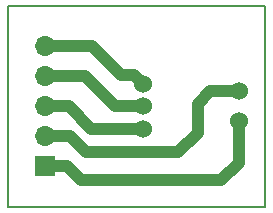
<source format=gbr>
G04 #@! TF.GenerationSoftware,KiCad,Pcbnew,(5.1.4)-1*
G04 #@! TF.CreationDate,2020-06-05T13:26:16+02:00*
G04 #@! TF.ProjectId,FeederCapt,46656564-6572-4436-9170-742e6b696361,rev?*
G04 #@! TF.SameCoordinates,Original*
G04 #@! TF.FileFunction,Copper,L1,Top*
G04 #@! TF.FilePolarity,Positive*
%FSLAX46Y46*%
G04 Gerber Fmt 4.6, Leading zero omitted, Abs format (unit mm)*
G04 Created by KiCad (PCBNEW (5.1.4)-1) date 2020-06-05 13:26:16*
%MOMM*%
%LPD*%
G04 APERTURE LIST*
%ADD10C,0.200000*%
%ADD11R,1.700000X1.700000*%
%ADD12O,1.700000X1.700000*%
%ADD13C,1.524000*%
%ADD14C,1.000000*%
G04 APERTURE END LIST*
D10*
X160758204Y-79702667D02*
X138958204Y-79702667D01*
X138958204Y-79702667D02*
X138958204Y-96702668D01*
X138958204Y-96702668D02*
X160758204Y-96702668D01*
X160758204Y-96702668D02*
X160758204Y-79702667D01*
X160758204Y-91377668D02*
X160758204Y-85027668D01*
D11*
X142158204Y-93282668D03*
D12*
X142158204Y-90742668D03*
X142158204Y-88202668D03*
X142158204Y-85662668D03*
X142158204Y-83122668D03*
D13*
X158558204Y-89472668D03*
X158558204Y-86920668D03*
X150428204Y-86292668D03*
X150428204Y-88206668D03*
X150428204Y-90112668D03*
D14*
X149666205Y-85530669D02*
X148520205Y-85530669D01*
X150428204Y-86292668D02*
X149666205Y-85530669D01*
X146112204Y-83122668D02*
X142158204Y-83122668D01*
X148520205Y-85530669D02*
X146112204Y-83122668D01*
X142158204Y-88202668D02*
X144143704Y-88202668D01*
X146053704Y-90112668D02*
X150428204Y-90112668D01*
X144143704Y-88202668D02*
X146053704Y-90112668D01*
X144008204Y-93282668D02*
X145198204Y-94472668D01*
X142158204Y-93282668D02*
X144008204Y-93282668D01*
X145198204Y-94472668D02*
X157058204Y-94472668D01*
X158558204Y-92972668D02*
X158558204Y-89472668D01*
X157058204Y-94472668D02*
X158558204Y-92972668D01*
X142158204Y-90742668D02*
X144270704Y-90742668D01*
X145610693Y-92082657D02*
X153396215Y-92082657D01*
X144270704Y-90742668D02*
X145610693Y-92082657D01*
X158558204Y-86920668D02*
X156110204Y-86920668D01*
X155032204Y-87998668D02*
X155032204Y-90446668D01*
X156110204Y-86920668D02*
X155032204Y-87998668D01*
X153396215Y-92082657D02*
X155032204Y-90446668D01*
X142158204Y-85662668D02*
X145477204Y-85662668D01*
X148021204Y-88206668D02*
X150428204Y-88206668D01*
X145477204Y-85662668D02*
X148021204Y-88206668D01*
M02*

</source>
